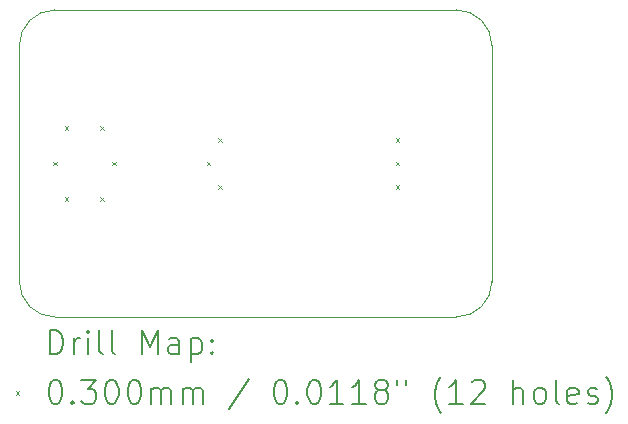
<source format=gbr>
%TF.GenerationSoftware,KiCad,Pcbnew,8.0.6*%
%TF.CreationDate,2024-11-14T10:44:59+01:00*%
%TF.ProjectId,dac_hat,6461635f-6861-4742-9e6b-696361645f70,0*%
%TF.SameCoordinates,Original*%
%TF.FileFunction,Drillmap*%
%TF.FilePolarity,Positive*%
%FSLAX45Y45*%
G04 Gerber Fmt 4.5, Leading zero omitted, Abs format (unit mm)*
G04 Created by KiCad (PCBNEW 8.0.6) date 2024-11-14 10:44:59*
%MOMM*%
%LPD*%
G01*
G04 APERTURE LIST*
%ADD10C,0.050000*%
%ADD11C,0.200000*%
%ADD12C,0.100000*%
G04 APERTURE END LIST*
D10*
X13700000Y-9300000D02*
X13700000Y-7300000D01*
X10000000Y-9600000D02*
X13400000Y-9600000D01*
X9700000Y-7300000D02*
X9700000Y-9300000D01*
X13400000Y-7000000D02*
X10000000Y-7000000D01*
X9700000Y-7300000D02*
G75*
G02*
X10000000Y-7000000I300000J0D01*
G01*
X10000000Y-9600000D02*
G75*
G02*
X9700000Y-9300000I0J300000D01*
G01*
X13700000Y-9300000D02*
G75*
G02*
X13400000Y-9600000I-300000J0D01*
G01*
X13400000Y-7000000D02*
G75*
G02*
X13700000Y-7300000I0J-300000D01*
G01*
D11*
D12*
X9985000Y-8285000D02*
X10015000Y-8315000D01*
X10015000Y-8285000D02*
X9985000Y-8315000D01*
X10085000Y-7985000D02*
X10115000Y-8015000D01*
X10115000Y-7985000D02*
X10085000Y-8015000D01*
X10085000Y-8585000D02*
X10115000Y-8615000D01*
X10115000Y-8585000D02*
X10085000Y-8615000D01*
X10385000Y-7985000D02*
X10415000Y-8015000D01*
X10415000Y-7985000D02*
X10385000Y-8015000D01*
X10385000Y-8585000D02*
X10415000Y-8615000D01*
X10415000Y-8585000D02*
X10385000Y-8615000D01*
X10485000Y-8285000D02*
X10515000Y-8315000D01*
X10515000Y-8285000D02*
X10485000Y-8315000D01*
X11285000Y-8285000D02*
X11315000Y-8315000D01*
X11315000Y-8285000D02*
X11285000Y-8315000D01*
X11385000Y-8085000D02*
X11415000Y-8115000D01*
X11415000Y-8085000D02*
X11385000Y-8115000D01*
X11385000Y-8485000D02*
X11415000Y-8515000D01*
X11415000Y-8485000D02*
X11385000Y-8515000D01*
X12885000Y-8085000D02*
X12915000Y-8115000D01*
X12915000Y-8085000D02*
X12885000Y-8115000D01*
X12885000Y-8285000D02*
X12915000Y-8315000D01*
X12915000Y-8285000D02*
X12885000Y-8315000D01*
X12885000Y-8485000D02*
X12915000Y-8515000D01*
X12915000Y-8485000D02*
X12885000Y-8515000D01*
D11*
X9958277Y-9913984D02*
X9958277Y-9713984D01*
X9958277Y-9713984D02*
X10005896Y-9713984D01*
X10005896Y-9713984D02*
X10034467Y-9723508D01*
X10034467Y-9723508D02*
X10053515Y-9742555D01*
X10053515Y-9742555D02*
X10063039Y-9761603D01*
X10063039Y-9761603D02*
X10072563Y-9799698D01*
X10072563Y-9799698D02*
X10072563Y-9828270D01*
X10072563Y-9828270D02*
X10063039Y-9866365D01*
X10063039Y-9866365D02*
X10053515Y-9885412D01*
X10053515Y-9885412D02*
X10034467Y-9904460D01*
X10034467Y-9904460D02*
X10005896Y-9913984D01*
X10005896Y-9913984D02*
X9958277Y-9913984D01*
X10158277Y-9913984D02*
X10158277Y-9780650D01*
X10158277Y-9818746D02*
X10167801Y-9799698D01*
X10167801Y-9799698D02*
X10177324Y-9790174D01*
X10177324Y-9790174D02*
X10196372Y-9780650D01*
X10196372Y-9780650D02*
X10215420Y-9780650D01*
X10282086Y-9913984D02*
X10282086Y-9780650D01*
X10282086Y-9713984D02*
X10272563Y-9723508D01*
X10272563Y-9723508D02*
X10282086Y-9733031D01*
X10282086Y-9733031D02*
X10291610Y-9723508D01*
X10291610Y-9723508D02*
X10282086Y-9713984D01*
X10282086Y-9713984D02*
X10282086Y-9733031D01*
X10405896Y-9913984D02*
X10386848Y-9904460D01*
X10386848Y-9904460D02*
X10377324Y-9885412D01*
X10377324Y-9885412D02*
X10377324Y-9713984D01*
X10510658Y-9913984D02*
X10491610Y-9904460D01*
X10491610Y-9904460D02*
X10482086Y-9885412D01*
X10482086Y-9885412D02*
X10482086Y-9713984D01*
X10739229Y-9913984D02*
X10739229Y-9713984D01*
X10739229Y-9713984D02*
X10805896Y-9856841D01*
X10805896Y-9856841D02*
X10872563Y-9713984D01*
X10872563Y-9713984D02*
X10872563Y-9913984D01*
X11053515Y-9913984D02*
X11053515Y-9809222D01*
X11053515Y-9809222D02*
X11043991Y-9790174D01*
X11043991Y-9790174D02*
X11024944Y-9780650D01*
X11024944Y-9780650D02*
X10986848Y-9780650D01*
X10986848Y-9780650D02*
X10967801Y-9790174D01*
X11053515Y-9904460D02*
X11034467Y-9913984D01*
X11034467Y-9913984D02*
X10986848Y-9913984D01*
X10986848Y-9913984D02*
X10967801Y-9904460D01*
X10967801Y-9904460D02*
X10958277Y-9885412D01*
X10958277Y-9885412D02*
X10958277Y-9866365D01*
X10958277Y-9866365D02*
X10967801Y-9847317D01*
X10967801Y-9847317D02*
X10986848Y-9837793D01*
X10986848Y-9837793D02*
X11034467Y-9837793D01*
X11034467Y-9837793D02*
X11053515Y-9828270D01*
X11148753Y-9780650D02*
X11148753Y-9980650D01*
X11148753Y-9790174D02*
X11167801Y-9780650D01*
X11167801Y-9780650D02*
X11205896Y-9780650D01*
X11205896Y-9780650D02*
X11224943Y-9790174D01*
X11224943Y-9790174D02*
X11234467Y-9799698D01*
X11234467Y-9799698D02*
X11243991Y-9818746D01*
X11243991Y-9818746D02*
X11243991Y-9875889D01*
X11243991Y-9875889D02*
X11234467Y-9894936D01*
X11234467Y-9894936D02*
X11224943Y-9904460D01*
X11224943Y-9904460D02*
X11205896Y-9913984D01*
X11205896Y-9913984D02*
X11167801Y-9913984D01*
X11167801Y-9913984D02*
X11148753Y-9904460D01*
X11329705Y-9894936D02*
X11339229Y-9904460D01*
X11339229Y-9904460D02*
X11329705Y-9913984D01*
X11329705Y-9913984D02*
X11320182Y-9904460D01*
X11320182Y-9904460D02*
X11329705Y-9894936D01*
X11329705Y-9894936D02*
X11329705Y-9913984D01*
X11329705Y-9790174D02*
X11339229Y-9799698D01*
X11339229Y-9799698D02*
X11329705Y-9809222D01*
X11329705Y-9809222D02*
X11320182Y-9799698D01*
X11320182Y-9799698D02*
X11329705Y-9790174D01*
X11329705Y-9790174D02*
X11329705Y-9809222D01*
D12*
X9667500Y-10227500D02*
X9697500Y-10257500D01*
X9697500Y-10227500D02*
X9667500Y-10257500D01*
D11*
X9996372Y-10133984D02*
X10015420Y-10133984D01*
X10015420Y-10133984D02*
X10034467Y-10143508D01*
X10034467Y-10143508D02*
X10043991Y-10153031D01*
X10043991Y-10153031D02*
X10053515Y-10172079D01*
X10053515Y-10172079D02*
X10063039Y-10210174D01*
X10063039Y-10210174D02*
X10063039Y-10257793D01*
X10063039Y-10257793D02*
X10053515Y-10295889D01*
X10053515Y-10295889D02*
X10043991Y-10314936D01*
X10043991Y-10314936D02*
X10034467Y-10324460D01*
X10034467Y-10324460D02*
X10015420Y-10333984D01*
X10015420Y-10333984D02*
X9996372Y-10333984D01*
X9996372Y-10333984D02*
X9977324Y-10324460D01*
X9977324Y-10324460D02*
X9967801Y-10314936D01*
X9967801Y-10314936D02*
X9958277Y-10295889D01*
X9958277Y-10295889D02*
X9948753Y-10257793D01*
X9948753Y-10257793D02*
X9948753Y-10210174D01*
X9948753Y-10210174D02*
X9958277Y-10172079D01*
X9958277Y-10172079D02*
X9967801Y-10153031D01*
X9967801Y-10153031D02*
X9977324Y-10143508D01*
X9977324Y-10143508D02*
X9996372Y-10133984D01*
X10148753Y-10314936D02*
X10158277Y-10324460D01*
X10158277Y-10324460D02*
X10148753Y-10333984D01*
X10148753Y-10333984D02*
X10139229Y-10324460D01*
X10139229Y-10324460D02*
X10148753Y-10314936D01*
X10148753Y-10314936D02*
X10148753Y-10333984D01*
X10224944Y-10133984D02*
X10348753Y-10133984D01*
X10348753Y-10133984D02*
X10282086Y-10210174D01*
X10282086Y-10210174D02*
X10310658Y-10210174D01*
X10310658Y-10210174D02*
X10329705Y-10219698D01*
X10329705Y-10219698D02*
X10339229Y-10229222D01*
X10339229Y-10229222D02*
X10348753Y-10248270D01*
X10348753Y-10248270D02*
X10348753Y-10295889D01*
X10348753Y-10295889D02*
X10339229Y-10314936D01*
X10339229Y-10314936D02*
X10329705Y-10324460D01*
X10329705Y-10324460D02*
X10310658Y-10333984D01*
X10310658Y-10333984D02*
X10253515Y-10333984D01*
X10253515Y-10333984D02*
X10234467Y-10324460D01*
X10234467Y-10324460D02*
X10224944Y-10314936D01*
X10472563Y-10133984D02*
X10491610Y-10133984D01*
X10491610Y-10133984D02*
X10510658Y-10143508D01*
X10510658Y-10143508D02*
X10520182Y-10153031D01*
X10520182Y-10153031D02*
X10529705Y-10172079D01*
X10529705Y-10172079D02*
X10539229Y-10210174D01*
X10539229Y-10210174D02*
X10539229Y-10257793D01*
X10539229Y-10257793D02*
X10529705Y-10295889D01*
X10529705Y-10295889D02*
X10520182Y-10314936D01*
X10520182Y-10314936D02*
X10510658Y-10324460D01*
X10510658Y-10324460D02*
X10491610Y-10333984D01*
X10491610Y-10333984D02*
X10472563Y-10333984D01*
X10472563Y-10333984D02*
X10453515Y-10324460D01*
X10453515Y-10324460D02*
X10443991Y-10314936D01*
X10443991Y-10314936D02*
X10434467Y-10295889D01*
X10434467Y-10295889D02*
X10424944Y-10257793D01*
X10424944Y-10257793D02*
X10424944Y-10210174D01*
X10424944Y-10210174D02*
X10434467Y-10172079D01*
X10434467Y-10172079D02*
X10443991Y-10153031D01*
X10443991Y-10153031D02*
X10453515Y-10143508D01*
X10453515Y-10143508D02*
X10472563Y-10133984D01*
X10663039Y-10133984D02*
X10682086Y-10133984D01*
X10682086Y-10133984D02*
X10701134Y-10143508D01*
X10701134Y-10143508D02*
X10710658Y-10153031D01*
X10710658Y-10153031D02*
X10720182Y-10172079D01*
X10720182Y-10172079D02*
X10729705Y-10210174D01*
X10729705Y-10210174D02*
X10729705Y-10257793D01*
X10729705Y-10257793D02*
X10720182Y-10295889D01*
X10720182Y-10295889D02*
X10710658Y-10314936D01*
X10710658Y-10314936D02*
X10701134Y-10324460D01*
X10701134Y-10324460D02*
X10682086Y-10333984D01*
X10682086Y-10333984D02*
X10663039Y-10333984D01*
X10663039Y-10333984D02*
X10643991Y-10324460D01*
X10643991Y-10324460D02*
X10634467Y-10314936D01*
X10634467Y-10314936D02*
X10624944Y-10295889D01*
X10624944Y-10295889D02*
X10615420Y-10257793D01*
X10615420Y-10257793D02*
X10615420Y-10210174D01*
X10615420Y-10210174D02*
X10624944Y-10172079D01*
X10624944Y-10172079D02*
X10634467Y-10153031D01*
X10634467Y-10153031D02*
X10643991Y-10143508D01*
X10643991Y-10143508D02*
X10663039Y-10133984D01*
X10815420Y-10333984D02*
X10815420Y-10200650D01*
X10815420Y-10219698D02*
X10824944Y-10210174D01*
X10824944Y-10210174D02*
X10843991Y-10200650D01*
X10843991Y-10200650D02*
X10872563Y-10200650D01*
X10872563Y-10200650D02*
X10891610Y-10210174D01*
X10891610Y-10210174D02*
X10901134Y-10229222D01*
X10901134Y-10229222D02*
X10901134Y-10333984D01*
X10901134Y-10229222D02*
X10910658Y-10210174D01*
X10910658Y-10210174D02*
X10929705Y-10200650D01*
X10929705Y-10200650D02*
X10958277Y-10200650D01*
X10958277Y-10200650D02*
X10977325Y-10210174D01*
X10977325Y-10210174D02*
X10986848Y-10229222D01*
X10986848Y-10229222D02*
X10986848Y-10333984D01*
X11082086Y-10333984D02*
X11082086Y-10200650D01*
X11082086Y-10219698D02*
X11091610Y-10210174D01*
X11091610Y-10210174D02*
X11110658Y-10200650D01*
X11110658Y-10200650D02*
X11139229Y-10200650D01*
X11139229Y-10200650D02*
X11158277Y-10210174D01*
X11158277Y-10210174D02*
X11167801Y-10229222D01*
X11167801Y-10229222D02*
X11167801Y-10333984D01*
X11167801Y-10229222D02*
X11177325Y-10210174D01*
X11177325Y-10210174D02*
X11196372Y-10200650D01*
X11196372Y-10200650D02*
X11224943Y-10200650D01*
X11224943Y-10200650D02*
X11243991Y-10210174D01*
X11243991Y-10210174D02*
X11253515Y-10229222D01*
X11253515Y-10229222D02*
X11253515Y-10333984D01*
X11643991Y-10124460D02*
X11472563Y-10381603D01*
X11901134Y-10133984D02*
X11920182Y-10133984D01*
X11920182Y-10133984D02*
X11939229Y-10143508D01*
X11939229Y-10143508D02*
X11948753Y-10153031D01*
X11948753Y-10153031D02*
X11958277Y-10172079D01*
X11958277Y-10172079D02*
X11967801Y-10210174D01*
X11967801Y-10210174D02*
X11967801Y-10257793D01*
X11967801Y-10257793D02*
X11958277Y-10295889D01*
X11958277Y-10295889D02*
X11948753Y-10314936D01*
X11948753Y-10314936D02*
X11939229Y-10324460D01*
X11939229Y-10324460D02*
X11920182Y-10333984D01*
X11920182Y-10333984D02*
X11901134Y-10333984D01*
X11901134Y-10333984D02*
X11882086Y-10324460D01*
X11882086Y-10324460D02*
X11872563Y-10314936D01*
X11872563Y-10314936D02*
X11863039Y-10295889D01*
X11863039Y-10295889D02*
X11853515Y-10257793D01*
X11853515Y-10257793D02*
X11853515Y-10210174D01*
X11853515Y-10210174D02*
X11863039Y-10172079D01*
X11863039Y-10172079D02*
X11872563Y-10153031D01*
X11872563Y-10153031D02*
X11882086Y-10143508D01*
X11882086Y-10143508D02*
X11901134Y-10133984D01*
X12053515Y-10314936D02*
X12063039Y-10324460D01*
X12063039Y-10324460D02*
X12053515Y-10333984D01*
X12053515Y-10333984D02*
X12043991Y-10324460D01*
X12043991Y-10324460D02*
X12053515Y-10314936D01*
X12053515Y-10314936D02*
X12053515Y-10333984D01*
X12186848Y-10133984D02*
X12205896Y-10133984D01*
X12205896Y-10133984D02*
X12224944Y-10143508D01*
X12224944Y-10143508D02*
X12234467Y-10153031D01*
X12234467Y-10153031D02*
X12243991Y-10172079D01*
X12243991Y-10172079D02*
X12253515Y-10210174D01*
X12253515Y-10210174D02*
X12253515Y-10257793D01*
X12253515Y-10257793D02*
X12243991Y-10295889D01*
X12243991Y-10295889D02*
X12234467Y-10314936D01*
X12234467Y-10314936D02*
X12224944Y-10324460D01*
X12224944Y-10324460D02*
X12205896Y-10333984D01*
X12205896Y-10333984D02*
X12186848Y-10333984D01*
X12186848Y-10333984D02*
X12167801Y-10324460D01*
X12167801Y-10324460D02*
X12158277Y-10314936D01*
X12158277Y-10314936D02*
X12148753Y-10295889D01*
X12148753Y-10295889D02*
X12139229Y-10257793D01*
X12139229Y-10257793D02*
X12139229Y-10210174D01*
X12139229Y-10210174D02*
X12148753Y-10172079D01*
X12148753Y-10172079D02*
X12158277Y-10153031D01*
X12158277Y-10153031D02*
X12167801Y-10143508D01*
X12167801Y-10143508D02*
X12186848Y-10133984D01*
X12443991Y-10333984D02*
X12329706Y-10333984D01*
X12386848Y-10333984D02*
X12386848Y-10133984D01*
X12386848Y-10133984D02*
X12367801Y-10162555D01*
X12367801Y-10162555D02*
X12348753Y-10181603D01*
X12348753Y-10181603D02*
X12329706Y-10191127D01*
X12634467Y-10333984D02*
X12520182Y-10333984D01*
X12577325Y-10333984D02*
X12577325Y-10133984D01*
X12577325Y-10133984D02*
X12558277Y-10162555D01*
X12558277Y-10162555D02*
X12539229Y-10181603D01*
X12539229Y-10181603D02*
X12520182Y-10191127D01*
X12748753Y-10219698D02*
X12729706Y-10210174D01*
X12729706Y-10210174D02*
X12720182Y-10200650D01*
X12720182Y-10200650D02*
X12710658Y-10181603D01*
X12710658Y-10181603D02*
X12710658Y-10172079D01*
X12710658Y-10172079D02*
X12720182Y-10153031D01*
X12720182Y-10153031D02*
X12729706Y-10143508D01*
X12729706Y-10143508D02*
X12748753Y-10133984D01*
X12748753Y-10133984D02*
X12786848Y-10133984D01*
X12786848Y-10133984D02*
X12805896Y-10143508D01*
X12805896Y-10143508D02*
X12815420Y-10153031D01*
X12815420Y-10153031D02*
X12824944Y-10172079D01*
X12824944Y-10172079D02*
X12824944Y-10181603D01*
X12824944Y-10181603D02*
X12815420Y-10200650D01*
X12815420Y-10200650D02*
X12805896Y-10210174D01*
X12805896Y-10210174D02*
X12786848Y-10219698D01*
X12786848Y-10219698D02*
X12748753Y-10219698D01*
X12748753Y-10219698D02*
X12729706Y-10229222D01*
X12729706Y-10229222D02*
X12720182Y-10238746D01*
X12720182Y-10238746D02*
X12710658Y-10257793D01*
X12710658Y-10257793D02*
X12710658Y-10295889D01*
X12710658Y-10295889D02*
X12720182Y-10314936D01*
X12720182Y-10314936D02*
X12729706Y-10324460D01*
X12729706Y-10324460D02*
X12748753Y-10333984D01*
X12748753Y-10333984D02*
X12786848Y-10333984D01*
X12786848Y-10333984D02*
X12805896Y-10324460D01*
X12805896Y-10324460D02*
X12815420Y-10314936D01*
X12815420Y-10314936D02*
X12824944Y-10295889D01*
X12824944Y-10295889D02*
X12824944Y-10257793D01*
X12824944Y-10257793D02*
X12815420Y-10238746D01*
X12815420Y-10238746D02*
X12805896Y-10229222D01*
X12805896Y-10229222D02*
X12786848Y-10219698D01*
X12901134Y-10133984D02*
X12901134Y-10172079D01*
X12977325Y-10133984D02*
X12977325Y-10172079D01*
X13272563Y-10410174D02*
X13263039Y-10400650D01*
X13263039Y-10400650D02*
X13243991Y-10372079D01*
X13243991Y-10372079D02*
X13234468Y-10353031D01*
X13234468Y-10353031D02*
X13224944Y-10324460D01*
X13224944Y-10324460D02*
X13215420Y-10276841D01*
X13215420Y-10276841D02*
X13215420Y-10238746D01*
X13215420Y-10238746D02*
X13224944Y-10191127D01*
X13224944Y-10191127D02*
X13234468Y-10162555D01*
X13234468Y-10162555D02*
X13243991Y-10143508D01*
X13243991Y-10143508D02*
X13263039Y-10114936D01*
X13263039Y-10114936D02*
X13272563Y-10105412D01*
X13453515Y-10333984D02*
X13339229Y-10333984D01*
X13396372Y-10333984D02*
X13396372Y-10133984D01*
X13396372Y-10133984D02*
X13377325Y-10162555D01*
X13377325Y-10162555D02*
X13358277Y-10181603D01*
X13358277Y-10181603D02*
X13339229Y-10191127D01*
X13529706Y-10153031D02*
X13539229Y-10143508D01*
X13539229Y-10143508D02*
X13558277Y-10133984D01*
X13558277Y-10133984D02*
X13605896Y-10133984D01*
X13605896Y-10133984D02*
X13624944Y-10143508D01*
X13624944Y-10143508D02*
X13634468Y-10153031D01*
X13634468Y-10153031D02*
X13643991Y-10172079D01*
X13643991Y-10172079D02*
X13643991Y-10191127D01*
X13643991Y-10191127D02*
X13634468Y-10219698D01*
X13634468Y-10219698D02*
X13520182Y-10333984D01*
X13520182Y-10333984D02*
X13643991Y-10333984D01*
X13882087Y-10333984D02*
X13882087Y-10133984D01*
X13967801Y-10333984D02*
X13967801Y-10229222D01*
X13967801Y-10229222D02*
X13958277Y-10210174D01*
X13958277Y-10210174D02*
X13939230Y-10200650D01*
X13939230Y-10200650D02*
X13910658Y-10200650D01*
X13910658Y-10200650D02*
X13891610Y-10210174D01*
X13891610Y-10210174D02*
X13882087Y-10219698D01*
X14091610Y-10333984D02*
X14072563Y-10324460D01*
X14072563Y-10324460D02*
X14063039Y-10314936D01*
X14063039Y-10314936D02*
X14053515Y-10295889D01*
X14053515Y-10295889D02*
X14053515Y-10238746D01*
X14053515Y-10238746D02*
X14063039Y-10219698D01*
X14063039Y-10219698D02*
X14072563Y-10210174D01*
X14072563Y-10210174D02*
X14091610Y-10200650D01*
X14091610Y-10200650D02*
X14120182Y-10200650D01*
X14120182Y-10200650D02*
X14139230Y-10210174D01*
X14139230Y-10210174D02*
X14148753Y-10219698D01*
X14148753Y-10219698D02*
X14158277Y-10238746D01*
X14158277Y-10238746D02*
X14158277Y-10295889D01*
X14158277Y-10295889D02*
X14148753Y-10314936D01*
X14148753Y-10314936D02*
X14139230Y-10324460D01*
X14139230Y-10324460D02*
X14120182Y-10333984D01*
X14120182Y-10333984D02*
X14091610Y-10333984D01*
X14272563Y-10333984D02*
X14253515Y-10324460D01*
X14253515Y-10324460D02*
X14243991Y-10305412D01*
X14243991Y-10305412D02*
X14243991Y-10133984D01*
X14424944Y-10324460D02*
X14405896Y-10333984D01*
X14405896Y-10333984D02*
X14367801Y-10333984D01*
X14367801Y-10333984D02*
X14348753Y-10324460D01*
X14348753Y-10324460D02*
X14339230Y-10305412D01*
X14339230Y-10305412D02*
X14339230Y-10229222D01*
X14339230Y-10229222D02*
X14348753Y-10210174D01*
X14348753Y-10210174D02*
X14367801Y-10200650D01*
X14367801Y-10200650D02*
X14405896Y-10200650D01*
X14405896Y-10200650D02*
X14424944Y-10210174D01*
X14424944Y-10210174D02*
X14434468Y-10229222D01*
X14434468Y-10229222D02*
X14434468Y-10248270D01*
X14434468Y-10248270D02*
X14339230Y-10267317D01*
X14510658Y-10324460D02*
X14529706Y-10333984D01*
X14529706Y-10333984D02*
X14567801Y-10333984D01*
X14567801Y-10333984D02*
X14586849Y-10324460D01*
X14586849Y-10324460D02*
X14596372Y-10305412D01*
X14596372Y-10305412D02*
X14596372Y-10295889D01*
X14596372Y-10295889D02*
X14586849Y-10276841D01*
X14586849Y-10276841D02*
X14567801Y-10267317D01*
X14567801Y-10267317D02*
X14539230Y-10267317D01*
X14539230Y-10267317D02*
X14520182Y-10257793D01*
X14520182Y-10257793D02*
X14510658Y-10238746D01*
X14510658Y-10238746D02*
X14510658Y-10229222D01*
X14510658Y-10229222D02*
X14520182Y-10210174D01*
X14520182Y-10210174D02*
X14539230Y-10200650D01*
X14539230Y-10200650D02*
X14567801Y-10200650D01*
X14567801Y-10200650D02*
X14586849Y-10210174D01*
X14663039Y-10410174D02*
X14672563Y-10400650D01*
X14672563Y-10400650D02*
X14691611Y-10372079D01*
X14691611Y-10372079D02*
X14701134Y-10353031D01*
X14701134Y-10353031D02*
X14710658Y-10324460D01*
X14710658Y-10324460D02*
X14720182Y-10276841D01*
X14720182Y-10276841D02*
X14720182Y-10238746D01*
X14720182Y-10238746D02*
X14710658Y-10191127D01*
X14710658Y-10191127D02*
X14701134Y-10162555D01*
X14701134Y-10162555D02*
X14691611Y-10143508D01*
X14691611Y-10143508D02*
X14672563Y-10114936D01*
X14672563Y-10114936D02*
X14663039Y-10105412D01*
M02*

</source>
